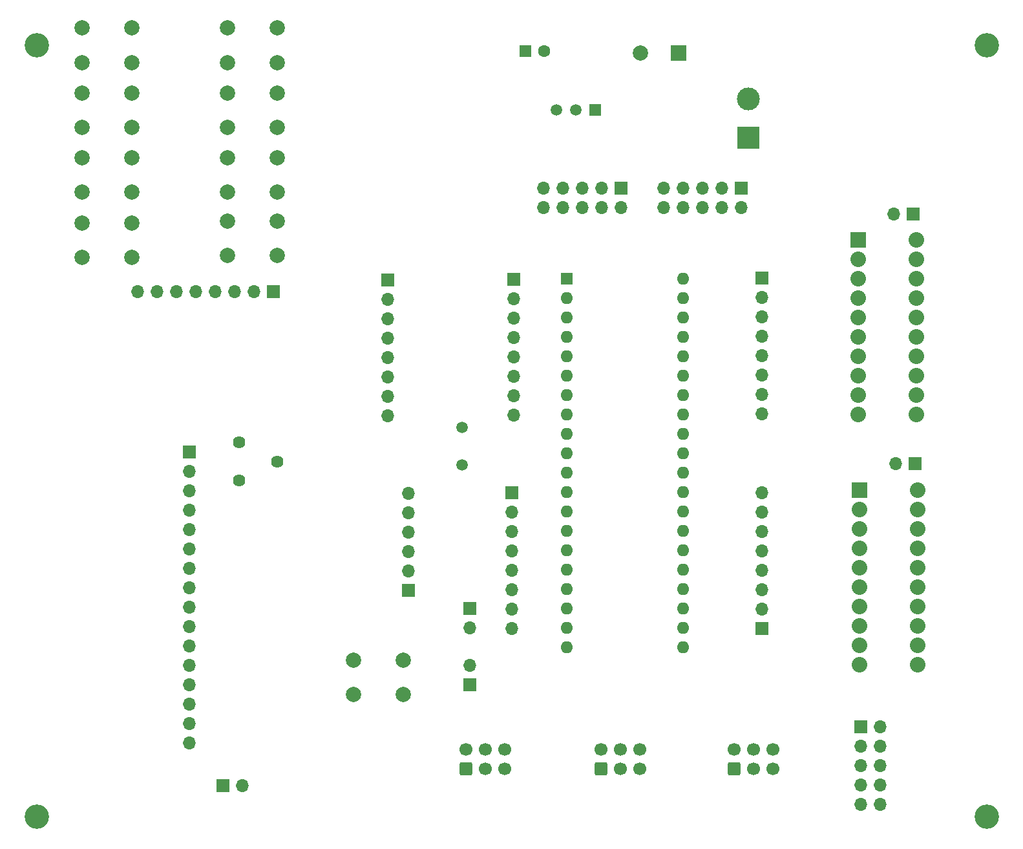
<source format=gbr>
%TF.GenerationSoftware,KiCad,Pcbnew,8.0.5*%
%TF.CreationDate,2024-11-01T12:18:04+01:00*%
%TF.ProjectId,ATmega644,41546d65-6761-4363-9434-2e6b69636164,rev?*%
%TF.SameCoordinates,Original*%
%TF.FileFunction,Soldermask,Bot*%
%TF.FilePolarity,Negative*%
%FSLAX46Y46*%
G04 Gerber Fmt 4.6, Leading zero omitted, Abs format (unit mm)*
G04 Created by KiCad (PCBNEW 8.0.5) date 2024-11-01 12:18:04*
%MOMM*%
%LPD*%
G01*
G04 APERTURE LIST*
G04 Aperture macros list*
%AMRoundRect*
0 Rectangle with rounded corners*
0 $1 Rounding radius*
0 $2 $3 $4 $5 $6 $7 $8 $9 X,Y pos of 4 corners*
0 Add a 4 corners polygon primitive as box body*
4,1,4,$2,$3,$4,$5,$6,$7,$8,$9,$2,$3,0*
0 Add four circle primitives for the rounded corners*
1,1,$1+$1,$2,$3*
1,1,$1+$1,$4,$5*
1,1,$1+$1,$6,$7*
1,1,$1+$1,$8,$9*
0 Add four rect primitives between the rounded corners*
20,1,$1+$1,$2,$3,$4,$5,0*
20,1,$1+$1,$4,$5,$6,$7,0*
20,1,$1+$1,$6,$7,$8,$9,0*
20,1,$1+$1,$8,$9,$2,$3,0*%
G04 Aperture macros list end*
%ADD10C,2.000000*%
%ADD11R,1.700000X1.700000*%
%ADD12O,1.700000X1.700000*%
%ADD13R,2.032000X2.032000*%
%ADD14C,2.032000*%
%ADD15C,3.200000*%
%ADD16R,3.000000X3.000000*%
%ADD17C,3.000000*%
%ADD18R,2.000000X2.000000*%
%ADD19C,1.620000*%
%ADD20R,1.600000X1.600000*%
%ADD21C,1.600000*%
%ADD22O,1.600000X1.600000*%
%ADD23RoundRect,0.250000X0.600000X-0.600000X0.600000X0.600000X-0.600000X0.600000X-0.600000X-0.600000X0*%
%ADD24C,1.700000*%
%ADD25C,1.500000*%
%ADD26R,1.500000X1.500000*%
G04 APERTURE END LIST*
D10*
%TO.C,SW2*%
X86775000Y-29750000D03*
X93275000Y-29750000D03*
X86775000Y-34250000D03*
X93275000Y-34250000D03*
%TD*%
D11*
%TO.C,J12*%
X118500000Y-115775000D03*
D12*
X118500000Y-113235000D03*
%TD*%
D11*
%TO.C,J17*%
X154080000Y-50710000D03*
D12*
X154080000Y-53250000D03*
X151540000Y-50710000D03*
X151540000Y-53250000D03*
X149000000Y-50710000D03*
X149000000Y-53250000D03*
X146460000Y-50710000D03*
X146460000Y-53250000D03*
X143920000Y-50710000D03*
X143920000Y-53250000D03*
%TD*%
D11*
%TO.C,J20*%
X92740000Y-64250000D03*
D12*
X90200000Y-64250000D03*
X87660000Y-64250000D03*
X85120000Y-64250000D03*
X82580000Y-64250000D03*
X80040000Y-64250000D03*
X77500000Y-64250000D03*
X74960000Y-64250000D03*
%TD*%
D10*
%TO.C,SW5*%
X86775000Y-55000000D03*
X93275000Y-55000000D03*
X86775000Y-59500000D03*
X93275000Y-59500000D03*
%TD*%
%TO.C,SW1*%
X103250000Y-112500000D03*
X109750000Y-112500000D03*
X103250000Y-117000000D03*
X109750000Y-117000000D03*
%TD*%
D13*
%TO.C,BAR1*%
X169375000Y-57530000D03*
D14*
X169375000Y-60070000D03*
X169375000Y-62610000D03*
X169375000Y-65150000D03*
X169375000Y-67690000D03*
X169375000Y-70230000D03*
X169375000Y-72770000D03*
X169375000Y-75310000D03*
X169375000Y-77850000D03*
X169375000Y-80390000D03*
X176995000Y-80390000D03*
X176995000Y-77850000D03*
X176995000Y-75310000D03*
X176995000Y-72770000D03*
X176995000Y-70230000D03*
X176995000Y-67690000D03*
X176995000Y-65150000D03*
X176995000Y-62610000D03*
X176995000Y-60070000D03*
X176995000Y-57530000D03*
%TD*%
D15*
%TO.C,H2*%
X61750000Y-32000000D03*
%TD*%
D16*
%TO.C,J21*%
X155000000Y-44080000D03*
D17*
X155000000Y-39000000D03*
%TD*%
D11*
%TO.C,J5*%
X156750000Y-108370000D03*
D12*
X156750000Y-105830000D03*
X156750000Y-103290000D03*
X156750000Y-100750000D03*
X156750000Y-98210000D03*
X156750000Y-95670000D03*
X156750000Y-93130000D03*
X156750000Y-90590000D03*
%TD*%
D13*
%TO.C,BAR2*%
X169535000Y-90227500D03*
D14*
X169535000Y-92767500D03*
X169535000Y-95307500D03*
X169535000Y-97847500D03*
X169535000Y-100387500D03*
X169535000Y-102927500D03*
X169535000Y-105467500D03*
X169535000Y-108007500D03*
X169535000Y-110547500D03*
X169535000Y-113087500D03*
X177155000Y-113087500D03*
X177155000Y-110547500D03*
X177155000Y-108007500D03*
X177155000Y-105467500D03*
X177155000Y-102927500D03*
X177155000Y-100387500D03*
X177155000Y-97847500D03*
X177155000Y-95307500D03*
X177155000Y-92767500D03*
X177155000Y-90227500D03*
%TD*%
D11*
%TO.C,J6*%
X169710000Y-121250000D03*
D12*
X172250000Y-121250000D03*
X169710000Y-123790000D03*
X172250000Y-123790000D03*
X169710000Y-126330000D03*
X172250000Y-126330000D03*
X169710000Y-128870000D03*
X172250000Y-128870000D03*
X169710000Y-131410000D03*
X172250000Y-131410000D03*
%TD*%
D11*
%TO.C,J18*%
X138330000Y-50710000D03*
D12*
X138330000Y-53250000D03*
X135790000Y-50710000D03*
X135790000Y-53250000D03*
X133250000Y-50710000D03*
X133250000Y-53250000D03*
X130710000Y-50710000D03*
X130710000Y-53250000D03*
X128170000Y-50710000D03*
X128170000Y-53250000D03*
%TD*%
D18*
%TO.C,C1*%
X145867677Y-33000000D03*
D10*
X140867677Y-33000000D03*
%TD*%
%TO.C,SW6*%
X67750000Y-29750000D03*
X74250000Y-29750000D03*
X67750000Y-34250000D03*
X74250000Y-34250000D03*
%TD*%
D15*
%TO.C,H3*%
X186250000Y-133000000D03*
%TD*%
D19*
%TO.C,RV1*%
X88250000Y-89000000D03*
X93250000Y-86500000D03*
X88250000Y-84000000D03*
%TD*%
D11*
%TO.C,J10*%
X110500000Y-103350000D03*
D12*
X110500000Y-100810000D03*
X110500000Y-98270000D03*
X110500000Y-95730000D03*
X110500000Y-93190000D03*
X110500000Y-90650000D03*
%TD*%
D11*
%TO.C,J13*%
X81750000Y-85250000D03*
D12*
X81750000Y-87790000D03*
X81750000Y-90330000D03*
X81750000Y-92870000D03*
X81750000Y-95410000D03*
X81750000Y-97950000D03*
X81750000Y-100490000D03*
X81750000Y-103030000D03*
X81750000Y-105570000D03*
X81750000Y-108110000D03*
X81750000Y-110650000D03*
X81750000Y-113190000D03*
X81750000Y-115730000D03*
X81750000Y-118270000D03*
X81750000Y-120810000D03*
X81750000Y-123350000D03*
%TD*%
D10*
%TO.C,SW3*%
X86750000Y-38250000D03*
X93250000Y-38250000D03*
X86750000Y-42750000D03*
X93250000Y-42750000D03*
%TD*%
%TO.C,SW7*%
X67750000Y-38250000D03*
X74250000Y-38250000D03*
X67750000Y-42750000D03*
X74250000Y-42750000D03*
%TD*%
D11*
%TO.C,J4*%
X156750000Y-62510000D03*
D12*
X156750000Y-65050000D03*
X156750000Y-67590000D03*
X156750000Y-70130000D03*
X156750000Y-72670000D03*
X156750000Y-75210000D03*
X156750000Y-77750000D03*
X156750000Y-80290000D03*
%TD*%
D20*
%TO.C,C2*%
X125750000Y-32750000D03*
D21*
X128250000Y-32750000D03*
%TD*%
D15*
%TO.C,H1*%
X186250000Y-32000000D03*
%TD*%
D11*
%TO.C,J19*%
X107750000Y-62710000D03*
D12*
X107750000Y-65250000D03*
X107750000Y-67790000D03*
X107750000Y-70330000D03*
X107750000Y-72870000D03*
X107750000Y-75410000D03*
X107750000Y-77950000D03*
X107750000Y-80490000D03*
%TD*%
D11*
%TO.C,J2*%
X176837500Y-86750000D03*
D12*
X174297500Y-86750000D03*
%TD*%
D20*
%TO.C,U2*%
X131232500Y-62570000D03*
D22*
X131232500Y-65110000D03*
X131232500Y-67650000D03*
X131232500Y-70190000D03*
X131232500Y-72730000D03*
X131232500Y-75270000D03*
X131232500Y-77810000D03*
X131232500Y-80350000D03*
X131232500Y-82890000D03*
X131232500Y-85430000D03*
X131232500Y-87970000D03*
X131232500Y-90510000D03*
X131232500Y-93050000D03*
X131232500Y-95590000D03*
X131232500Y-98130000D03*
X131232500Y-100670000D03*
X131232500Y-103210000D03*
X131232500Y-105750000D03*
X131232500Y-108290000D03*
X131232500Y-110830000D03*
X146472500Y-110830000D03*
X146472500Y-108290000D03*
X146472500Y-105750000D03*
X146472500Y-103210000D03*
X146472500Y-100670000D03*
X146472500Y-98130000D03*
X146472500Y-95590000D03*
X146472500Y-93050000D03*
X146472500Y-90510000D03*
X146472500Y-87970000D03*
X146472500Y-85430000D03*
X146472500Y-82890000D03*
X146472500Y-80350000D03*
X146472500Y-77810000D03*
X146472500Y-75270000D03*
X146472500Y-72730000D03*
X146472500Y-70190000D03*
X146472500Y-67650000D03*
X146472500Y-65110000D03*
X146472500Y-62570000D03*
%TD*%
D23*
%TO.C,J3*%
X118000000Y-126790000D03*
D24*
X118000000Y-124250000D03*
X120540000Y-126790000D03*
X120540000Y-124250000D03*
X123080000Y-126790000D03*
X123080000Y-124250000D03*
%TD*%
D10*
%TO.C,SW8*%
X67750000Y-46750000D03*
X74250000Y-46750000D03*
X67750000Y-51250000D03*
X74250000Y-51250000D03*
%TD*%
D23*
%TO.C,J7*%
X135670000Y-126750000D03*
D24*
X135670000Y-124210000D03*
X138210000Y-126750000D03*
X138210000Y-124210000D03*
X140750000Y-126750000D03*
X140750000Y-124210000D03*
%TD*%
D10*
%TO.C,SW9*%
X67750000Y-55250000D03*
X74250000Y-55250000D03*
X67750000Y-59750000D03*
X74250000Y-59750000D03*
%TD*%
D25*
%TO.C,Y1*%
X117500000Y-86950000D03*
X117500000Y-82070000D03*
%TD*%
D23*
%TO.C,J8*%
X153170000Y-126750000D03*
D24*
X153170000Y-124210000D03*
X155710000Y-126750000D03*
X155710000Y-124210000D03*
X158250000Y-126750000D03*
X158250000Y-124210000D03*
%TD*%
D11*
%TO.C,J14*%
X86175000Y-128990000D03*
D12*
X88715000Y-128990000D03*
%TD*%
D26*
%TO.C,U1*%
X134897500Y-40442500D03*
D25*
X132357500Y-40442500D03*
X129817500Y-40442500D03*
%TD*%
D11*
%TO.C,J1*%
X176550000Y-54100000D03*
D12*
X174010000Y-54100000D03*
%TD*%
D15*
%TO.C,H4*%
X61750000Y-133000000D03*
%TD*%
D10*
%TO.C,SW4*%
X86775000Y-46750000D03*
X93275000Y-46750000D03*
X86775000Y-51250000D03*
X93275000Y-51250000D03*
%TD*%
D11*
%TO.C,J15*%
X124250000Y-62625000D03*
D12*
X124250000Y-65165000D03*
X124250000Y-67705000D03*
X124250000Y-70245000D03*
X124250000Y-72785000D03*
X124250000Y-75325000D03*
X124250000Y-77865000D03*
X124250000Y-80405000D03*
%TD*%
D11*
%TO.C,J11*%
X118500000Y-105725000D03*
D12*
X118500000Y-108265000D03*
%TD*%
D11*
%TO.C,J16*%
X124000000Y-90590000D03*
D12*
X124000000Y-93130000D03*
X124000000Y-95670000D03*
X124000000Y-98210000D03*
X124000000Y-100750000D03*
X124000000Y-103290000D03*
X124000000Y-105830000D03*
X124000000Y-108370000D03*
%TD*%
M02*

</source>
